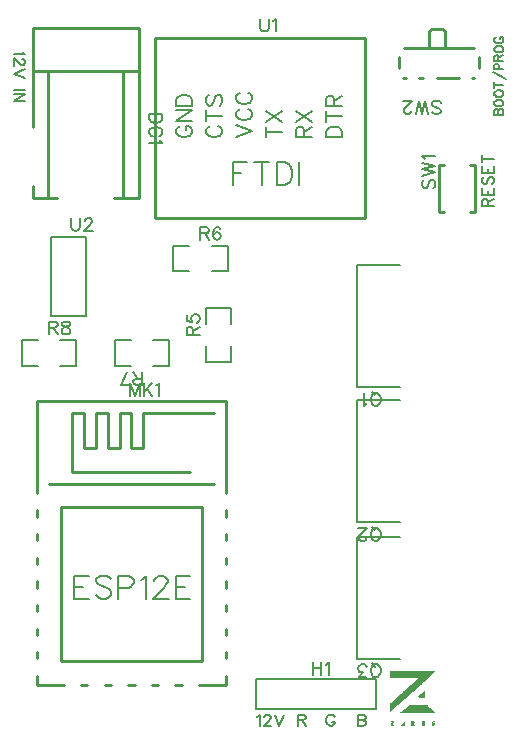
<source format=gto>
G04 Layer: TopSilkLayer*
G04 EasyEDA v6.4.7, 2021-05-23T18:21:04+05:00*
G04 4ba805003f7d4cf790364f2a1c8dc171,d3277c0307964fb6908111913dbd2705,10*
G04 Gerber Generator version 0.2*
G04 Scale: 100 percent, Rotated: No, Reflected: No *
G04 Dimensions in inches *
G04 leading zeros omitted , absolute positions ,2 integer and 4 decimal *
%FSLAX24Y24*%
%MOIN*%
G90*
D02*

%ADD10C,0.010000*%
%ADD30C,0.006000*%
%ADD31C,0.008000*%
%ADD32C,0.007992*%

%LPD*%

%LPD*%
G36*
G01X14147Y1246D02*
G01X14145Y1368D01*
G01X14012Y1246D01*
G01X13880Y1123D01*
G01X14012Y1122D01*
G01X14063Y1121D01*
G01X14106Y1121D01*
G01X14135Y1122D01*
G01X14146Y1123D01*
G01X14147Y1133D01*
G01X14147Y1246D01*
G37*

%LPD*%
G36*
G01X13919Y1998D02*
G01X12981Y1998D01*
G01X12981Y1768D01*
G01X13437Y1766D01*
G01X13894Y1765D01*
G01X13660Y1550D01*
G01X13643Y1535D01*
G01X13609Y1503D01*
G01X13571Y1469D01*
G01X13533Y1433D01*
G01X13493Y1397D01*
G01X13452Y1360D01*
G01X13432Y1341D01*
G01X13412Y1323D01*
G01X13392Y1304D01*
G01X13372Y1286D01*
G01X13353Y1268D01*
G01X13334Y1251D01*
G01X13315Y1233D01*
G01X13296Y1217D01*
G01X13278Y1200D01*
G01X13261Y1184D01*
G01X13245Y1169D01*
G01X13229Y1155D01*
G01X13214Y1141D01*
G01X13185Y1115D01*
G01X13157Y1089D01*
G01X13131Y1065D01*
G01X13106Y1042D01*
G01X13082Y1020D01*
G01X13061Y1000D01*
G01X13042Y983D01*
G01X13026Y967D01*
G01X13012Y955D01*
G01X12995Y938D01*
G01X12991Y935D01*
G01X12988Y930D01*
G01X12985Y924D01*
G01X12984Y915D01*
G01X12982Y901D01*
G01X12982Y881D01*
G01X12981Y854D01*
G01X12982Y819D01*
G01X12982Y773D01*
G01X12984Y624D01*
G01X13731Y1308D01*
G01X13761Y1336D01*
G01X13792Y1364D01*
G01X13822Y1392D01*
G01X13852Y1419D01*
G01X13910Y1473D01*
G01X13938Y1498D01*
G01X13994Y1550D01*
G01X14021Y1574D01*
G01X14047Y1599D01*
G01X14073Y1623D01*
G01X14099Y1646D01*
G01X14124Y1669D01*
G01X14172Y1713D01*
G01X14194Y1734D01*
G01X14217Y1754D01*
G01X14259Y1792D01*
G01X14279Y1811D01*
G01X14317Y1845D01*
G01X14351Y1877D01*
G01X14367Y1891D01*
G01X14381Y1905D01*
G01X14395Y1917D01*
G01X14408Y1929D01*
G01X14420Y1940D01*
G01X14431Y1950D01*
G01X14441Y1959D01*
G01X14450Y1967D01*
G01X14464Y1981D01*
G01X14470Y1986D01*
G01X14477Y1993D01*
G01X14480Y1994D01*
G01X14480Y1995D01*
G01X14479Y1995D01*
G01X14477Y1996D01*
G01X14332Y1996D01*
G01X14310Y1997D01*
G01X13954Y1997D01*
G01X13919Y1998D01*
G37*

%LPD*%
G36*
G01X13958Y873D02*
G01X13595Y873D01*
G01X13456Y748D01*
G01X13427Y723D01*
G01X13401Y699D01*
G01X13377Y678D01*
G01X13356Y659D01*
G01X13339Y644D01*
G01X13326Y632D01*
G01X13317Y624D01*
G01X13314Y621D01*
G01X13325Y621D01*
G01X13334Y620D01*
G01X13392Y620D01*
G01X13412Y619D01*
G01X14248Y619D01*
G01X14277Y620D01*
G01X14353Y620D01*
G01X14375Y621D01*
G01X14443Y621D01*
G01X14454Y622D01*
G01X14463Y622D01*
G01X14469Y623D01*
G01X14475Y623D01*
G01X14472Y627D01*
G01X14437Y662D01*
G01X14418Y679D01*
G01X14397Y699D01*
G01X14375Y719D01*
G01X14352Y741D01*
G01X14328Y762D01*
G01X14305Y783D01*
G01X14282Y803D01*
G01X14262Y821D01*
G01X14244Y836D01*
G01X14230Y848D01*
G01X14219Y857D01*
G01X14213Y862D01*
G01X14208Y864D01*
G01X14202Y866D01*
G01X14194Y868D01*
G01X14183Y869D01*
G01X14169Y870D01*
G01X14150Y871D01*
G01X14125Y871D01*
G01X14095Y872D01*
G01X14012Y872D01*
G01X13958Y873D01*
G37*

%LPD*%
G36*
G01X14424Y340D02*
G01X14420Y340D01*
G01X14415Y338D01*
G01X14409Y336D01*
G01X14402Y332D01*
G01X14380Y313D01*
G01X14373Y290D01*
G01X14381Y267D01*
G01X14405Y251D01*
G01X14423Y243D01*
G01X14432Y235D01*
G01X14434Y228D01*
G01X14429Y219D01*
G01X14423Y215D01*
G01X14418Y213D01*
G01X14412Y215D01*
G01X14402Y221D01*
G01X14392Y226D01*
G01X14386Y228D01*
G01X14382Y226D01*
G01X14378Y219D01*
G01X14373Y208D01*
G01X14373Y200D01*
G01X14380Y194D01*
G01X14393Y189D01*
G01X14425Y184D01*
G01X14451Y191D01*
G01X14468Y209D01*
G01X14475Y235D01*
G01X14472Y249D01*
G01X14465Y261D01*
G01X14453Y271D01*
G01X14435Y278D01*
G01X14422Y285D01*
G01X14417Y292D01*
G01X14422Y298D01*
G01X14437Y301D01*
G01X14449Y303D01*
G01X14459Y307D01*
G01X14466Y314D01*
G01X14468Y323D01*
G01X14463Y328D01*
G01X14450Y333D01*
G01X14435Y338D01*
G01X14424Y340D01*
G37*

%LPD*%
G36*
G01X13115Y334D02*
G01X12992Y334D01*
G01X12994Y317D01*
G01X12996Y309D01*
G01X13000Y303D01*
G01X13008Y300D01*
G01X13022Y298D01*
G01X13047Y295D01*
G01X13005Y225D01*
G01X12996Y207D01*
G01X12989Y195D01*
G01X12987Y188D01*
G01X12991Y186D01*
G01X13003Y185D01*
G01X13022Y184D01*
G01X13046Y184D01*
G01X13105Y186D01*
G01X13107Y202D01*
G01X13107Y211D01*
G01X13104Y217D01*
G01X13095Y219D01*
G01X13078Y221D01*
G01X13048Y222D01*
G01X13065Y250D01*
G01X13072Y262D01*
G01X13090Y292D01*
G01X13098Y305D01*
G01X13115Y334D01*
G37*

%LPD*%
G36*
G01X13470Y323D02*
G01X13469Y328D01*
G01X13463Y323D01*
G01X13423Y288D01*
G01X13367Y236D01*
G01X13343Y213D01*
G01X13327Y197D01*
G01X13321Y189D01*
G01X13325Y186D01*
G01X13339Y184D01*
G01X13362Y183D01*
G01X13471Y183D01*
G01X13471Y284D01*
G01X13470Y307D01*
G01X13470Y323D01*
G37*

%LPD*%
G36*
G01X14057Y334D02*
G01X14021Y334D01*
G01X14021Y276D01*
G01X14022Y243D01*
G01X14023Y224D01*
G01X14029Y212D01*
G01X14039Y201D01*
G01X14049Y192D01*
G01X14059Y186D01*
G01X14070Y184D01*
G01X14085Y183D01*
G01X14100Y184D01*
G01X14111Y186D01*
G01X14120Y192D01*
G01X14131Y201D01*
G01X14140Y212D01*
G01X14146Y224D01*
G01X14148Y243D01*
G01X14148Y334D01*
G01X14112Y334D01*
G01X14112Y290D01*
G01X14111Y253D01*
G01X14107Y232D01*
G01X14100Y222D01*
G01X14087Y219D01*
G01X14072Y222D01*
G01X14064Y233D01*
G01X14059Y255D01*
G01X14057Y288D01*
G01X14057Y334D01*
G37*

%LPD*%
G36*
G01X13719Y334D02*
G01X13682Y334D01*
G01X13684Y260D01*
G01X13685Y186D01*
G01X13703Y186D01*
G01X13714Y187D01*
G01X13719Y190D01*
G01X13722Y198D01*
G01X13725Y212D01*
G01X13728Y238D01*
G01X13745Y210D01*
G01X13755Y196D01*
G01X13763Y188D01*
G01X13771Y184D01*
G01X13783Y183D01*
G01X13791Y183D01*
G01X13797Y184D01*
G01X13802Y186D01*
G01X13803Y188D01*
G01X13802Y192D01*
G01X13792Y207D01*
G01X13785Y216D01*
G01X13773Y232D01*
G01X13768Y242D01*
G01X13771Y248D01*
G01X13779Y254D01*
G01X13785Y259D01*
G01X13789Y265D01*
G01X13790Y273D01*
G01X13791Y284D01*
G01X13788Y308D01*
G01X13776Y324D01*
G01X13754Y332D01*
G01X13719Y334D01*
G37*

%LPC*%
G36*
G01X13741Y303D02*
G01X13736Y304D01*
G01X13731Y303D01*
G01X13727Y300D01*
G01X13725Y294D01*
G01X13725Y278D01*
G01X13727Y273D01*
G01X13730Y269D01*
G01X13733Y268D01*
G01X13742Y270D01*
G01X13748Y277D01*
G01X13752Y285D01*
G01X13751Y294D01*
G01X13749Y298D01*
G01X13745Y301D01*
G01X13741Y303D01*
G37*

%LPD*%
G54D10*
G01X14754Y17312D02*
G01X14609Y17312D01*
G01X15645Y18887D02*
G01X15790Y18887D01*
G01X15790Y17312D01*
G01X15645Y17312D01*
G01X14609Y17312D02*
G01X14609Y18887D01*
G01X14754Y18887D01*
G54D30*
G01X7024Y15325D02*
G01X7559Y15325D01*
G01X7559Y16174D01*
G01X7024Y16174D01*
G01X6275Y15325D02*
G01X5740Y15325D01*
G01X5740Y16174D01*
G01X6275Y16174D01*
G01X4325Y13024D02*
G01X3790Y13024D01*
G01X3790Y12175D01*
G01X4325Y12175D01*
G01X5074Y13024D02*
G01X5609Y13024D01*
G01X5609Y12175D01*
G01X5074Y12175D01*
G01X7674Y13574D02*
G01X7674Y14109D01*
G01X6825Y14109D01*
G01X6825Y13574D01*
G01X7674Y12825D02*
G01X7674Y12290D01*
G01X6825Y12290D01*
G01X6825Y12825D01*
G01X1974Y12175D02*
G01X2509Y12175D01*
G01X2509Y13024D01*
G01X1974Y13024D01*
G01X1225Y12175D02*
G01X690Y12175D01*
G01X690Y13024D01*
G01X1225Y13024D01*
G01X13305Y6480D02*
G01X11859Y6480D01*
G01X13305Y2419D02*
G01X11859Y2419D01*
G01X11859Y6480D02*
G01X11859Y2419D01*
G01X13305Y11030D02*
G01X11859Y11030D01*
G01X13305Y6969D02*
G01X11859Y6969D01*
G01X11859Y11030D02*
G01X11859Y6969D01*
G01X13305Y15530D02*
G01X11859Y15530D01*
G01X13305Y11469D02*
G01X11859Y11469D01*
G01X11859Y15530D02*
G01X11859Y11469D01*
G54D31*
G01X12500Y1750D02*
G01X12500Y750D01*
G01X8500Y750D01*
G01X8500Y1750D01*
G01X9250Y1750D01*
G54D32*
G01X12500Y1750D02*
G01X9250Y1750D01*
G54D10*
G01X14363Y23418D02*
G01X14285Y23340D01*
G01X14718Y23418D02*
G01X14796Y23340D01*
G01X14285Y23340D02*
G01X14285Y22828D01*
G01X14796Y23340D02*
G01X14796Y22828D01*
G01X14718Y23418D02*
G01X14363Y23418D01*
G01X15768Y21765D02*
G01X15712Y21765D01*
G01X15938Y22473D02*
G01X15938Y22092D01*
G01X13431Y22788D02*
G01X15781Y22788D01*
G01X13261Y22092D02*
G01X13261Y22461D01*
G01X13487Y21765D02*
G01X13418Y21765D01*
G01X14078Y21765D02*
G01X13940Y21765D01*
G01X15259Y21765D02*
G01X14531Y21765D01*
G54D30*
G01X1670Y13840D02*
G01X1670Y16459D01*
G01X2829Y16459D01*
G01X2829Y13840D01*
G01X1670Y13840D01*
G54D10*
G01X5150Y23100D02*
G01X5150Y17100D01*
G01X12150Y17100D01*
G01X12150Y23100D01*
G01X5150Y23100D01*
G01X1053Y23451D02*
G01X4596Y23451D01*
G01X4596Y23451D02*
G01X4596Y17782D01*
G01X1053Y21995D02*
G01X4596Y21995D01*
G01X1565Y21963D02*
G01X1565Y17782D01*
G01X4085Y21963D02*
G01X4085Y17782D01*
G01X4596Y17782D02*
G01X3779Y17782D01*
G01X1870Y17782D02*
G01X1053Y17782D01*
G01X1053Y23451D02*
G01X1053Y20150D01*
G01X1053Y18170D02*
G01X1053Y17782D01*
G01X7498Y11001D02*
G01X1199Y11001D01*
G01X1593Y8246D02*
G01X7105Y8246D01*
G01X6317Y8639D02*
G01X2380Y8639D01*
G01X2380Y10608D01*
G01X2774Y10608D01*
G01X2774Y9427D01*
G01X3168Y9427D01*
G01X3168Y10608D01*
G01X3561Y10608D01*
G01X3561Y9427D01*
G01X3955Y9427D01*
G01X3955Y10608D01*
G01X4349Y10608D01*
G01X4349Y9427D01*
G01X4743Y9427D01*
G01X4743Y10608D01*
G01X7105Y10608D01*
G01X1987Y7458D02*
G01X1987Y2340D01*
G01X6711Y2340D01*
G01X6711Y7458D01*
G01X1987Y7458D01*
G01X7498Y1553D02*
G01X6605Y1553D01*
G01X6029Y1553D02*
G01X5817Y1553D01*
G01X5241Y1553D02*
G01X5030Y1553D01*
G01X4454Y1553D02*
G01X4242Y1553D01*
G01X3667Y1553D02*
G01X3455Y1553D01*
G01X2880Y1553D02*
G01X2669Y1553D01*
G01X2093Y1553D02*
G01X1199Y1553D01*
G01X1199Y1553D02*
G01X1199Y1847D01*
G01X1199Y2423D02*
G01X1199Y2634D01*
G01X1199Y3210D02*
G01X1199Y3422D01*
G01X1199Y3998D02*
G01X1199Y4209D01*
G01X1199Y4785D02*
G01X1199Y4997D01*
G01X1199Y5572D02*
G01X1199Y5784D01*
G01X1199Y6360D02*
G01X1199Y6571D01*
G01X1199Y7147D02*
G01X1199Y7359D01*
G01X1199Y7935D02*
G01X1199Y11001D01*
G01X7498Y11001D02*
G01X7498Y7935D01*
G01X7498Y7359D02*
G01X7498Y7147D01*
G01X7498Y6572D02*
G01X7498Y6360D01*
G01X7498Y5784D02*
G01X7498Y5572D01*
G01X7498Y4997D02*
G01X7498Y4785D01*
G01X7498Y4209D02*
G01X7498Y3998D01*
G01X7498Y3422D02*
G01X7498Y3210D01*
G01X7498Y2635D02*
G01X7498Y2423D01*
G01X7498Y1847D02*
G01X7498Y1587D01*
G54D31*
G01X16046Y17500D02*
G01X16427Y17500D01*
G01X16046Y17500D02*
G01X16046Y17663D01*
G01X16064Y17717D01*
G01X16082Y17736D01*
G01X16118Y17755D01*
G01X16155Y17755D01*
G01X16192Y17736D01*
G01X16210Y17717D01*
G01X16227Y17663D01*
G01X16227Y17500D01*
G01X16227Y17627D02*
G01X16427Y17755D01*
G01X16046Y17875D02*
G01X16427Y17875D01*
G01X16046Y17875D02*
G01X16046Y18111D01*
G01X16227Y17875D02*
G01X16227Y18019D01*
G01X16427Y17875D02*
G01X16427Y18111D01*
G01X16101Y18484D02*
G01X16064Y18448D01*
G01X16046Y18394D01*
G01X16046Y18321D01*
G01X16064Y18267D01*
G01X16101Y18230D01*
G01X16136Y18230D01*
G01X16173Y18248D01*
G01X16192Y18267D01*
G01X16210Y18303D01*
G01X16246Y18413D01*
G01X16264Y18448D01*
G01X16282Y18467D01*
G01X16318Y18484D01*
G01X16373Y18484D01*
G01X16410Y18448D01*
G01X16427Y18394D01*
G01X16427Y18321D01*
G01X16410Y18267D01*
G01X16373Y18230D01*
G01X16046Y18605D02*
G01X16427Y18605D01*
G01X16046Y18605D02*
G01X16046Y18842D01*
G01X16227Y18605D02*
G01X16227Y18751D01*
G01X16427Y18605D02*
G01X16427Y18842D01*
G01X16046Y19088D02*
G01X16427Y19088D01*
G01X16046Y18961D02*
G01X16046Y19215D01*
G01X16447Y20550D02*
G01X16734Y20550D01*
G01X16447Y20550D02*
G01X16447Y20673D01*
G01X16460Y20713D01*
G01X16475Y20727D01*
G01X16502Y20740D01*
G01X16528Y20740D01*
G01X16556Y20727D01*
G01X16569Y20713D01*
G01X16584Y20673D01*
G01X16584Y20550D02*
G01X16584Y20673D01*
G01X16597Y20713D01*
G01X16610Y20727D01*
G01X16638Y20740D01*
G01X16678Y20740D01*
G01X16706Y20727D01*
G01X16719Y20713D01*
G01X16734Y20673D01*
G01X16734Y20550D01*
G01X16447Y20913D02*
G01X16460Y20884D01*
G01X16488Y20857D01*
G01X16514Y20844D01*
G01X16556Y20830D01*
G01X16625Y20830D01*
G01X16664Y20844D01*
G01X16693Y20857D01*
G01X16719Y20884D01*
G01X16734Y20913D01*
G01X16734Y20967D01*
G01X16719Y20994D01*
G01X16693Y21021D01*
G01X16664Y21034D01*
G01X16625Y21048D01*
G01X16556Y21048D01*
G01X16514Y21034D01*
G01X16488Y21021D01*
G01X16460Y20994D01*
G01X16447Y20967D01*
G01X16447Y20913D01*
G01X16447Y21221D02*
G01X16460Y21194D01*
G01X16488Y21165D01*
G01X16514Y21153D01*
G01X16556Y21138D01*
G01X16625Y21138D01*
G01X16664Y21153D01*
G01X16693Y21165D01*
G01X16719Y21194D01*
G01X16734Y21221D01*
G01X16734Y21275D01*
G01X16719Y21303D01*
G01X16693Y21330D01*
G01X16664Y21344D01*
G01X16625Y21357D01*
G01X16556Y21357D01*
G01X16514Y21344D01*
G01X16488Y21330D01*
G01X16460Y21303D01*
G01X16447Y21275D01*
G01X16447Y21221D01*
G01X16447Y21542D02*
G01X16734Y21542D01*
G01X16447Y21446D02*
G01X16447Y21638D01*
G01X16393Y21973D02*
G01X16828Y21728D01*
G01X16447Y22063D02*
G01X16734Y22063D01*
G01X16447Y22063D02*
G01X16447Y22186D01*
G01X16460Y22227D01*
G01X16475Y22240D01*
G01X16502Y22255D01*
G01X16543Y22255D01*
G01X16569Y22240D01*
G01X16584Y22227D01*
G01X16597Y22186D01*
G01X16597Y22063D01*
G01X16447Y22344D02*
G01X16734Y22344D01*
G01X16447Y22344D02*
G01X16447Y22467D01*
G01X16460Y22507D01*
G01X16475Y22521D01*
G01X16502Y22534D01*
G01X16528Y22534D01*
G01X16556Y22521D01*
G01X16569Y22507D01*
G01X16584Y22467D01*
G01X16584Y22344D01*
G01X16584Y22440D02*
G01X16734Y22534D01*
G01X16447Y22707D02*
G01X16460Y22680D01*
G01X16488Y22653D01*
G01X16514Y22638D01*
G01X16556Y22625D01*
G01X16625Y22625D01*
G01X16664Y22638D01*
G01X16693Y22653D01*
G01X16719Y22680D01*
G01X16734Y22707D01*
G01X16734Y22761D01*
G01X16719Y22788D01*
G01X16693Y22815D01*
G01X16664Y22830D01*
G01X16625Y22844D01*
G01X16556Y22844D01*
G01X16514Y22830D01*
G01X16488Y22815D01*
G01X16460Y22788D01*
G01X16447Y22761D01*
G01X16447Y22707D01*
G01X16514Y23138D02*
G01X16488Y23125D01*
G01X16460Y23096D01*
G01X16447Y23069D01*
G01X16447Y23015D01*
G01X16460Y22988D01*
G01X16488Y22961D01*
G01X16514Y22946D01*
G01X16556Y22934D01*
G01X16625Y22934D01*
G01X16664Y22946D01*
G01X16693Y22961D01*
G01X16719Y22988D01*
G01X16734Y23015D01*
G01X16734Y23069D01*
G01X16719Y23096D01*
G01X16693Y23125D01*
G01X16664Y23138D01*
G01X16625Y23138D01*
G01X16625Y23069D02*
G01X16625Y23138D01*
G01X730Y22650D02*
G01X748Y22613D01*
G01X803Y22559D01*
G01X421Y22559D01*
G01X713Y22421D02*
G01X730Y22421D01*
G01X767Y22403D01*
G01X784Y22384D01*
G01X803Y22348D01*
G01X803Y22275D01*
G01X784Y22238D01*
G01X767Y22221D01*
G01X730Y22203D01*
G01X694Y22203D01*
G01X657Y22221D01*
G01X603Y22257D01*
G01X421Y22438D01*
G01X421Y22184D01*
G01X803Y22065D02*
G01X421Y21919D01*
G01X803Y21773D02*
G01X421Y21919D01*
G01X803Y21373D02*
G01X421Y21373D01*
G01X803Y21253D02*
G01X421Y21253D01*
G01X803Y21253D02*
G01X421Y20998D01*
G01X803Y20998D02*
G01X421Y20998D01*
G01X11900Y553D02*
G01X11900Y171D01*
G01X11900Y553D02*
G01X12064Y553D01*
G01X12118Y534D01*
G01X12135Y517D01*
G01X12155Y480D01*
G01X12155Y444D01*
G01X12135Y407D01*
G01X12118Y390D01*
G01X12064Y371D01*
G01X11900Y371D02*
G01X12064Y371D01*
G01X12118Y353D01*
G01X12135Y334D01*
G01X12155Y298D01*
G01X12155Y244D01*
G01X12135Y207D01*
G01X12118Y190D01*
G01X12064Y171D01*
G01X11900Y171D01*
G01X11122Y463D02*
G01X11105Y498D01*
G01X11068Y534D01*
G01X11031Y553D01*
G01X10959Y553D01*
G01X10922Y534D01*
G01X10885Y498D01*
G01X10868Y463D01*
G01X10850Y407D01*
G01X10850Y317D01*
G01X10868Y263D01*
G01X10885Y226D01*
G01X10922Y190D01*
G01X10959Y171D01*
G01X11031Y171D01*
G01X11068Y190D01*
G01X11105Y226D01*
G01X11122Y263D01*
G01X11122Y317D01*
G01X11031Y317D02*
G01X11122Y317D01*
G01X9900Y553D02*
G01X9900Y171D01*
G01X9900Y553D02*
G01X10064Y553D01*
G01X10118Y534D01*
G01X10135Y517D01*
G01X10155Y480D01*
G01X10155Y444D01*
G01X10135Y407D01*
G01X10118Y390D01*
G01X10064Y371D01*
G01X9900Y371D01*
G01X10027Y371D02*
G01X10155Y171D01*
G01X8550Y480D02*
G01X8585Y498D01*
G01X8640Y553D01*
G01X8640Y171D01*
G01X8778Y463D02*
G01X8778Y480D01*
G01X8797Y517D01*
G01X8814Y534D01*
G01X8852Y553D01*
G01X8925Y553D01*
G01X8960Y534D01*
G01X8978Y517D01*
G01X8997Y480D01*
G01X8997Y444D01*
G01X8978Y407D01*
G01X8943Y353D01*
G01X8760Y171D01*
G01X9014Y171D01*
G01X9135Y553D02*
G01X9281Y171D01*
G01X9426Y553D02*
G01X9281Y171D01*
G54D30*
G01X14106Y18386D02*
G01X14065Y18344D01*
G01X14046Y18284D01*
G01X14046Y18202D01*
G01X14065Y18140D01*
G01X14106Y18100D01*
G01X14147Y18100D01*
G01X14189Y18119D01*
G01X14210Y18140D01*
G01X14230Y18182D01*
G01X14271Y18305D01*
G01X14290Y18344D01*
G01X14311Y18365D01*
G01X14352Y18386D01*
G01X14414Y18386D01*
G01X14455Y18344D01*
G01X14475Y18284D01*
G01X14475Y18202D01*
G01X14455Y18140D01*
G01X14414Y18100D01*
G01X14046Y18521D02*
G01X14475Y18623D01*
G01X14046Y18726D02*
G01X14475Y18623D01*
G01X14046Y18726D02*
G01X14475Y18828D01*
G01X14046Y18930D02*
G01X14475Y18828D01*
G01X14127Y19065D02*
G01X14106Y19105D01*
G01X14046Y19167D01*
G01X14475Y19167D01*
G01X6650Y16803D02*
G01X6650Y16375D01*
G01X6650Y16803D02*
G01X6834Y16803D01*
G01X6894Y16784D01*
G01X6915Y16763D01*
G01X6936Y16721D01*
G01X6936Y16680D01*
G01X6915Y16640D01*
G01X6894Y16619D01*
G01X6834Y16600D01*
G01X6650Y16600D01*
G01X6792Y16600D02*
G01X6936Y16375D01*
G01X7317Y16742D02*
G01X7296Y16784D01*
G01X7234Y16803D01*
G01X7194Y16803D01*
G01X7132Y16784D01*
G01X7092Y16721D01*
G01X7071Y16619D01*
G01X7071Y16517D01*
G01X7092Y16436D01*
G01X7132Y16394D01*
G01X7194Y16375D01*
G01X7215Y16375D01*
G01X7276Y16394D01*
G01X7317Y16436D01*
G01X7336Y16496D01*
G01X7336Y16517D01*
G01X7317Y16578D01*
G01X7276Y16619D01*
G01X7215Y16640D01*
G01X7194Y16640D01*
G01X7132Y16619D01*
G01X7092Y16578D01*
G01X7071Y16517D01*
G01X4700Y11546D02*
G01X4700Y11975D01*
G01X4700Y11546D02*
G01X4515Y11546D01*
G01X4455Y11565D01*
G01X4434Y11586D01*
G01X4413Y11628D01*
G01X4413Y11669D01*
G01X4434Y11709D01*
G01X4455Y11730D01*
G01X4515Y11750D01*
G01X4700Y11750D01*
G01X4557Y11750D02*
G01X4413Y11975D01*
G01X3992Y11546D02*
G01X4196Y11975D01*
G01X4278Y11546D02*
G01X3992Y11546D01*
G01X6196Y13200D02*
G01X6625Y13200D01*
G01X6196Y13200D02*
G01X6196Y13384D01*
G01X6215Y13444D01*
G01X6236Y13465D01*
G01X6278Y13486D01*
G01X6319Y13486D01*
G01X6359Y13465D01*
G01X6380Y13444D01*
G01X6400Y13384D01*
G01X6400Y13200D01*
G01X6400Y13342D02*
G01X6625Y13486D01*
G01X6196Y13867D02*
G01X6196Y13661D01*
G01X6380Y13642D01*
G01X6359Y13661D01*
G01X6338Y13723D01*
G01X6338Y13784D01*
G01X6359Y13846D01*
G01X6400Y13886D01*
G01X6461Y13907D01*
G01X6503Y13907D01*
G01X6563Y13886D01*
G01X6605Y13846D01*
G01X6625Y13784D01*
G01X6625Y13723D01*
G01X6605Y13661D01*
G01X6584Y13642D01*
G01X6544Y13621D01*
G01X1600Y13653D02*
G01X1600Y13225D01*
G01X1600Y13653D02*
G01X1784Y13653D01*
G01X1844Y13634D01*
G01X1865Y13613D01*
G01X1886Y13571D01*
G01X1886Y13530D01*
G01X1865Y13490D01*
G01X1844Y13469D01*
G01X1784Y13450D01*
G01X1600Y13450D01*
G01X1742Y13450D02*
G01X1886Y13225D01*
G01X2123Y13653D02*
G01X2061Y13634D01*
G01X2042Y13592D01*
G01X2042Y13551D01*
G01X2061Y13511D01*
G01X2103Y13490D01*
G01X2184Y13469D01*
G01X2246Y13450D01*
G01X2286Y13409D01*
G01X2307Y13367D01*
G01X2307Y13305D01*
G01X2286Y13265D01*
G01X2267Y13244D01*
G01X2205Y13225D01*
G01X2123Y13225D01*
G01X2061Y13244D01*
G01X2042Y13265D01*
G01X2021Y13305D01*
G01X2021Y13367D01*
G01X2042Y13409D01*
G01X2082Y13450D01*
G01X2144Y13469D01*
G01X2226Y13490D01*
G01X2267Y13511D01*
G01X2286Y13551D01*
G01X2286Y13592D01*
G01X2267Y13634D01*
G01X2205Y13653D01*
G01X2123Y13653D01*
G01X12536Y1796D02*
G01X12577Y1815D01*
G01X12618Y1857D01*
G01X12639Y1898D01*
G01X12659Y1959D01*
G01X12659Y2061D01*
G01X12639Y2123D01*
G01X12618Y2163D01*
G01X12577Y2205D01*
G01X12536Y2225D01*
G01X12454Y2225D01*
G01X12414Y2205D01*
G01X12373Y2163D01*
G01X12352Y2123D01*
G01X12332Y2061D01*
G01X12332Y1959D01*
G01X12352Y1898D01*
G01X12373Y1857D01*
G01X12414Y1815D01*
G01X12454Y1796D01*
G01X12536Y1796D01*
G01X12475Y2144D02*
G01X12352Y2265D01*
G01X12156Y1796D02*
G01X11931Y1796D01*
G01X12054Y1959D01*
G01X11992Y1959D01*
G01X11951Y1980D01*
G01X11931Y2000D01*
G01X11910Y2061D01*
G01X11910Y2103D01*
G01X11931Y2163D01*
G01X11972Y2205D01*
G01X12033Y2225D01*
G01X12094Y2225D01*
G01X12156Y2205D01*
G01X12176Y2184D01*
G01X12197Y2144D01*
G01X12536Y6346D02*
G01X12577Y6365D01*
G01X12618Y6407D01*
G01X12639Y6448D01*
G01X12659Y6509D01*
G01X12659Y6611D01*
G01X12639Y6673D01*
G01X12618Y6713D01*
G01X12577Y6755D01*
G01X12536Y6775D01*
G01X12454Y6775D01*
G01X12414Y6755D01*
G01X12373Y6713D01*
G01X12352Y6673D01*
G01X12332Y6611D01*
G01X12332Y6509D01*
G01X12352Y6448D01*
G01X12373Y6407D01*
G01X12414Y6365D01*
G01X12454Y6346D01*
G01X12536Y6346D01*
G01X12475Y6694D02*
G01X12352Y6815D01*
G01X12176Y6448D02*
G01X12176Y6428D01*
G01X12156Y6386D01*
G01X12135Y6365D01*
G01X12094Y6346D01*
G01X12013Y6346D01*
G01X11972Y6365D01*
G01X11951Y6386D01*
G01X11931Y6428D01*
G01X11931Y6469D01*
G01X11951Y6509D01*
G01X11992Y6571D01*
G01X12197Y6775D01*
G01X11910Y6775D01*
G01X12536Y10846D02*
G01X12577Y10865D01*
G01X12618Y10907D01*
G01X12639Y10948D01*
G01X12659Y11009D01*
G01X12659Y11111D01*
G01X12639Y11173D01*
G01X12618Y11213D01*
G01X12577Y11255D01*
G01X12536Y11275D01*
G01X12454Y11275D01*
G01X12414Y11255D01*
G01X12373Y11213D01*
G01X12352Y11173D01*
G01X12332Y11111D01*
G01X12332Y11009D01*
G01X12352Y10948D01*
G01X12373Y10907D01*
G01X12414Y10865D01*
G01X12454Y10846D01*
G01X12536Y10846D01*
G01X12475Y11194D02*
G01X12352Y11315D01*
G01X12197Y10928D02*
G01X12156Y10907D01*
G01X12094Y10846D01*
G01X12094Y11275D01*
G01X10400Y2303D02*
G01X10400Y1875D01*
G01X10685Y2303D02*
G01X10685Y1875D01*
G01X10400Y2100D02*
G01X10685Y2100D01*
G01X10821Y2221D02*
G01X10861Y2242D01*
G01X10923Y2303D01*
G01X10923Y1875D01*
G01X14374Y20643D02*
G01X14415Y20602D01*
G01X14476Y20582D01*
G01X14558Y20582D01*
G01X14619Y20602D01*
G01X14660Y20643D01*
G01X14660Y20684D01*
G01X14640Y20725D01*
G01X14619Y20746D01*
G01X14578Y20766D01*
G01X14455Y20807D01*
G01X14415Y20827D01*
G01X14394Y20848D01*
G01X14374Y20889D01*
G01X14374Y20950D01*
G01X14415Y20991D01*
G01X14476Y21011D01*
G01X14558Y21011D01*
G01X14619Y20991D01*
G01X14660Y20950D01*
G01X14239Y20582D02*
G01X14136Y21011D01*
G01X14034Y20582D02*
G01X14136Y21011D01*
G01X14034Y20582D02*
G01X13932Y21011D01*
G01X13830Y20582D02*
G01X13932Y21011D01*
G01X13674Y20684D02*
G01X13674Y20664D01*
G01X13654Y20623D01*
G01X13633Y20602D01*
G01X13592Y20582D01*
G01X13510Y20582D01*
G01X13470Y20602D01*
G01X13449Y20623D01*
G01X13429Y20664D01*
G01X13429Y20705D01*
G01X13449Y20746D01*
G01X13490Y20807D01*
G01X13695Y21011D01*
G01X13408Y21011D01*
G01X2350Y17103D02*
G01X2350Y16796D01*
G01X2369Y16736D01*
G01X2411Y16694D01*
G01X2473Y16675D01*
G01X2513Y16675D01*
G01X2575Y16694D01*
G01X2615Y16736D01*
G01X2636Y16796D01*
G01X2636Y17103D01*
G01X2792Y17002D02*
G01X2792Y17021D01*
G01X2811Y17063D01*
G01X2832Y17084D01*
G01X2873Y17103D01*
G01X2955Y17103D01*
G01X2996Y17084D01*
G01X3017Y17063D01*
G01X3036Y17021D01*
G01X3036Y16980D01*
G01X3017Y16940D01*
G01X2976Y16878D01*
G01X2771Y16675D01*
G01X3057Y16675D01*
G01X8650Y23753D02*
G01X8650Y23446D01*
G01X8669Y23386D01*
G01X8710Y23344D01*
G01X8772Y23325D01*
G01X8814Y23325D01*
G01X8875Y23344D01*
G01X8915Y23386D01*
G01X8935Y23446D01*
G01X8935Y23753D01*
G01X9071Y23671D02*
G01X9111Y23692D01*
G01X9173Y23753D01*
G01X9173Y23325D01*
G54D31*
G01X6975Y20175D02*
G01X6925Y20150D01*
G01X6873Y20100D01*
G01X6848Y20050D01*
G01X6848Y19948D01*
G01X6873Y19898D01*
G01X6925Y19848D01*
G01X6975Y19823D01*
G01X7050Y19798D01*
G01X7175Y19798D01*
G01X7250Y19823D01*
G01X7300Y19848D01*
G01X7350Y19898D01*
G01X7375Y19948D01*
G01X7375Y20050D01*
G01X7350Y20100D01*
G01X7300Y20150D01*
G01X7250Y20175D01*
G01X6848Y20515D02*
G01X7375Y20515D01*
G01X6848Y20340D02*
G01X6848Y20690D01*
G01X6925Y21207D02*
G01X6873Y21157D01*
G01X6848Y21082D01*
G01X6848Y20982D01*
G01X6873Y20905D01*
G01X6925Y20855D01*
G01X6975Y20855D01*
G01X7025Y20880D01*
G01X7050Y20905D01*
G01X7075Y20955D01*
G01X7125Y21107D01*
G01X7150Y21157D01*
G01X7175Y21182D01*
G01X7225Y21207D01*
G01X7300Y21207D01*
G01X7350Y21157D01*
G01X7375Y21082D01*
G01X7375Y20982D01*
G01X7350Y20905D01*
G01X7300Y20855D01*
G01X7848Y19798D02*
G01X8375Y19998D01*
G01X7848Y20200D02*
G01X8375Y19998D01*
G01X7975Y20740D02*
G01X7925Y20715D01*
G01X7873Y20665D01*
G01X7848Y20615D01*
G01X7848Y20515D01*
G01X7873Y20465D01*
G01X7925Y20415D01*
G01X7975Y20390D01*
G01X8050Y20365D01*
G01X8175Y20365D01*
G01X8250Y20390D01*
G01X8300Y20415D01*
G01X8350Y20465D01*
G01X8375Y20515D01*
G01X8375Y20615D01*
G01X8350Y20665D01*
G01X8300Y20715D01*
G01X8250Y20740D01*
G01X7975Y21282D02*
G01X7925Y21257D01*
G01X7873Y21207D01*
G01X7848Y21157D01*
G01X7848Y21057D01*
G01X7873Y21007D01*
G01X7925Y20955D01*
G01X7975Y20930D01*
G01X8050Y20905D01*
G01X8175Y20905D01*
G01X8250Y20930D01*
G01X8300Y20955D01*
G01X8350Y21007D01*
G01X8375Y21057D01*
G01X8375Y21157D01*
G01X8350Y21207D01*
G01X8300Y21257D01*
G01X8250Y21282D01*
G01X8848Y19973D02*
G01X9375Y19973D01*
G01X8848Y19798D02*
G01X8848Y20150D01*
G01X8848Y20315D02*
G01X9375Y20665D01*
G01X8848Y20665D02*
G01X9375Y20315D01*
G01X9848Y19798D02*
G01X10375Y19798D01*
G01X9848Y19798D02*
G01X9848Y20023D01*
G01X9873Y20100D01*
G01X9898Y20125D01*
G01X9950Y20150D01*
G01X10000Y20150D01*
G01X10050Y20125D01*
G01X10075Y20100D01*
G01X10100Y20023D01*
G01X10100Y19798D01*
G01X10100Y19973D02*
G01X10375Y20150D01*
G01X9848Y20315D02*
G01X10375Y20665D01*
G01X9848Y20665D02*
G01X10375Y20315D01*
G01X10848Y19798D02*
G01X11375Y19798D01*
G01X10848Y19798D02*
G01X10848Y19973D01*
G01X10873Y20050D01*
G01X10925Y20100D01*
G01X10975Y20125D01*
G01X11050Y20150D01*
G01X11175Y20150D01*
G01X11250Y20125D01*
G01X11300Y20100D01*
G01X11350Y20050D01*
G01X11375Y19973D01*
G01X11375Y19798D01*
G01X10848Y20490D02*
G01X11375Y20490D01*
G01X10848Y20315D02*
G01X10848Y20665D01*
G01X10848Y20830D02*
G01X11375Y20830D01*
G01X10848Y20830D02*
G01X10848Y21057D01*
G01X10873Y21132D01*
G01X10898Y21157D01*
G01X10950Y21182D01*
G01X11000Y21182D01*
G01X11050Y21157D01*
G01X11075Y21132D01*
G01X11100Y21057D01*
G01X11100Y20830D01*
G01X11100Y21007D02*
G01X11375Y21182D01*
G01X5975Y20175D02*
G01X5925Y20150D01*
G01X5873Y20100D01*
G01X5848Y20050D01*
G01X5848Y19948D01*
G01X5873Y19898D01*
G01X5925Y19848D01*
G01X5975Y19823D01*
G01X6050Y19798D01*
G01X6175Y19798D01*
G01X6250Y19823D01*
G01X6300Y19848D01*
G01X6350Y19898D01*
G01X6375Y19948D01*
G01X6375Y20050D01*
G01X6350Y20100D01*
G01X6300Y20150D01*
G01X6250Y20175D01*
G01X6175Y20175D01*
G01X6175Y20050D02*
G01X6175Y20175D01*
G01X5848Y20340D02*
G01X6375Y20340D01*
G01X5848Y20340D02*
G01X6375Y20690D01*
G01X5848Y20690D02*
G01X6375Y20690D01*
G01X5848Y20855D02*
G01X6375Y20855D01*
G01X5848Y20855D02*
G01X5848Y21032D01*
G01X5873Y21107D01*
G01X5925Y21157D01*
G01X5975Y21182D01*
G01X6050Y21207D01*
G01X6175Y21207D01*
G01X6250Y21182D01*
G01X6300Y21157D01*
G01X6350Y21107D01*
G01X6375Y21032D01*
G01X6375Y20855D01*
G01X7724Y18969D02*
G01X7724Y18206D01*
G01X7724Y18969D02*
G01X8197Y18969D01*
G01X7724Y18606D02*
G01X8015Y18606D01*
G01X8691Y18969D02*
G01X8691Y18206D01*
G01X8437Y18969D02*
G01X8946Y18969D01*
G01X9186Y18969D02*
G01X9186Y18206D01*
G01X9186Y18969D02*
G01X9440Y18969D01*
G01X9549Y18933D01*
G01X9622Y18860D01*
G01X9659Y18787D01*
G01X9695Y18678D01*
G01X9695Y18497D01*
G01X9659Y18387D01*
G01X9622Y18315D01*
G01X9549Y18242D01*
G01X9440Y18206D01*
G01X9186Y18206D01*
G01X9935Y18969D02*
G01X9935Y18206D01*
G54D30*
G01X5379Y20563D02*
G01X4950Y20563D01*
G01X5379Y20563D02*
G01X5379Y20420D01*
G01X5359Y20358D01*
G01X5318Y20318D01*
G01X5277Y20297D01*
G01X5215Y20277D01*
G01X5113Y20277D01*
G01X5052Y20297D01*
G01X5011Y20318D01*
G01X4970Y20358D01*
G01X4950Y20420D01*
G01X4950Y20563D01*
G01X5277Y19835D02*
G01X5318Y19855D01*
G01X5359Y19896D01*
G01X5379Y19937D01*
G01X5379Y20019D01*
G01X5359Y20060D01*
G01X5318Y20101D01*
G01X5277Y20121D01*
G01X5215Y20142D01*
G01X5113Y20142D01*
G01X5052Y20121D01*
G01X5011Y20101D01*
G01X4970Y20060D01*
G01X4950Y20019D01*
G01X4950Y19937D01*
G01X4970Y19896D01*
G01X5011Y19855D01*
G01X5052Y19835D01*
G01X5297Y19700D02*
G01X5318Y19659D01*
G01X5379Y19598D01*
G01X4950Y19598D01*
G01X4299Y11606D02*
G01X4299Y11177D01*
G01X4299Y11606D02*
G01X4463Y11177D01*
G01X4626Y11606D02*
G01X4463Y11177D01*
G01X4626Y11606D02*
G01X4626Y11177D01*
G01X4761Y11606D02*
G01X4761Y11177D01*
G01X5048Y11606D02*
G01X4761Y11320D01*
G01X4864Y11422D02*
G01X5048Y11177D01*
G01X5183Y11524D02*
G01X5224Y11545D01*
G01X5285Y11606D01*
G01X5285Y11177D01*
G54D31*
G01X2449Y5185D02*
G01X2449Y4422D01*
G01X2449Y5185D02*
G01X2922Y5185D01*
G01X2449Y4822D02*
G01X2740Y4822D01*
G01X2449Y4422D02*
G01X2922Y4422D01*
G01X3671Y5076D02*
G01X3598Y5149D01*
G01X3489Y5185D01*
G01X3344Y5185D01*
G01X3234Y5149D01*
G01X3162Y5076D01*
G01X3162Y5004D01*
G01X3198Y4931D01*
G01X3234Y4894D01*
G01X3307Y4858D01*
G01X3525Y4785D01*
G01X3598Y4749D01*
G01X3634Y4713D01*
G01X3671Y4640D01*
G01X3671Y4531D01*
G01X3598Y4458D01*
G01X3489Y4422D01*
G01X3344Y4422D01*
G01X3234Y4458D01*
G01X3162Y4531D01*
G01X3911Y5185D02*
G01X3911Y4422D01*
G01X3911Y5185D02*
G01X4238Y5185D01*
G01X4347Y5149D01*
G01X4384Y5113D01*
G01X4420Y5040D01*
G01X4420Y4931D01*
G01X4384Y4858D01*
G01X4347Y4822D01*
G01X4238Y4785D01*
G01X3911Y4785D01*
G01X4660Y5040D02*
G01X4733Y5076D01*
G01X4842Y5185D01*
G01X4842Y4422D01*
G01X5118Y5004D02*
G01X5118Y5040D01*
G01X5154Y5113D01*
G01X5191Y5149D01*
G01X5264Y5185D01*
G01X5409Y5185D01*
G01X5482Y5149D01*
G01X5518Y5113D01*
G01X5554Y5040D01*
G01X5554Y4967D01*
G01X5518Y4894D01*
G01X5445Y4785D01*
G01X5082Y4422D01*
G01X5591Y4422D01*
G01X5831Y5185D02*
G01X5831Y4422D01*
G01X5831Y5185D02*
G01X6304Y5185D01*
G01X5831Y4822D02*
G01X6122Y4822D01*
G01X5831Y4422D02*
G01X6304Y4422D01*
M00*
M02*

</source>
